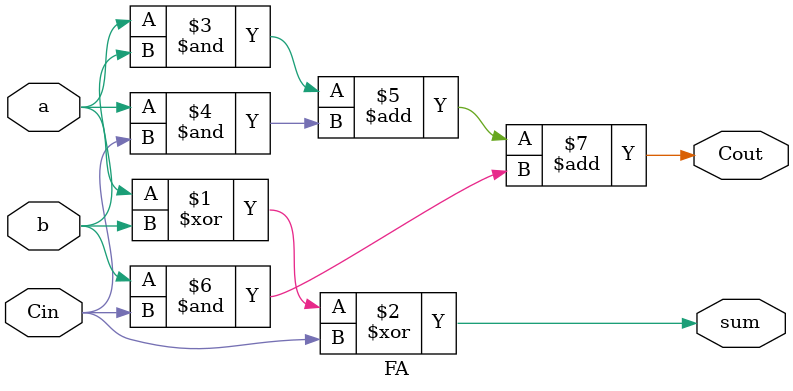
<source format=v>
module FA (a,b,Cin,sum,Cout);
input  a,b,Cin;
output wire sum,Cout;

assign sum = a^b^Cin;
assign Cout = (a&b) + (a&Cin) + (b&Cin);

endmodule
</source>
